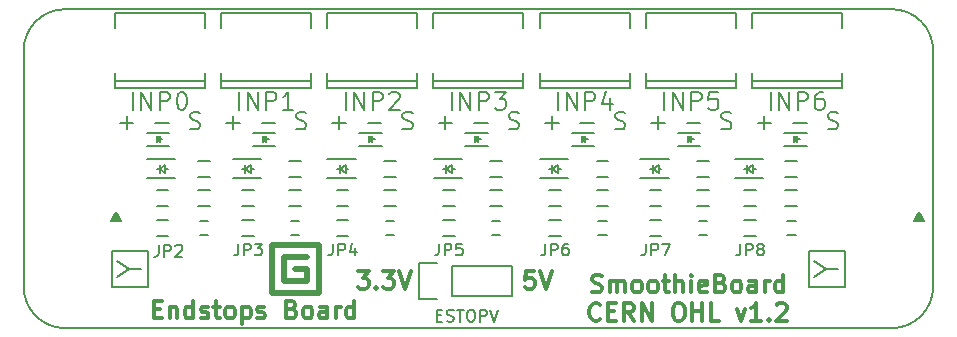
<source format=gto>
G04 #@! TF.FileFunction,Legend,Top*
%FSLAX46Y46*%
G04 Gerber Fmt 4.6, Leading zero omitted, Abs format (unit mm)*
G04 Created by KiCad (PCBNEW 4.0.2-stable) date 31/05/2016 22:00:56*
%MOMM*%
G01*
G04 APERTURE LIST*
%ADD10C,0.100000*%
%ADD11C,0.300000*%
%ADD12C,0.150000*%
%ADD13C,0.200000*%
%ADD14C,0.500000*%
%ADD15C,0.198120*%
G04 APERTURE END LIST*
D10*
D11*
X49607143Y4592857D02*
X49821429Y4521429D01*
X50178572Y4521429D01*
X50321429Y4592857D01*
X50392858Y4664286D01*
X50464286Y4807143D01*
X50464286Y4950000D01*
X50392858Y5092857D01*
X50321429Y5164286D01*
X50178572Y5235714D01*
X49892858Y5307143D01*
X49750000Y5378571D01*
X49678572Y5450000D01*
X49607143Y5592857D01*
X49607143Y5735714D01*
X49678572Y5878571D01*
X49750000Y5950000D01*
X49892858Y6021429D01*
X50250000Y6021429D01*
X50464286Y5950000D01*
X51107143Y4521429D02*
X51107143Y5521429D01*
X51107143Y5378571D02*
X51178571Y5450000D01*
X51321429Y5521429D01*
X51535714Y5521429D01*
X51678571Y5450000D01*
X51750000Y5307143D01*
X51750000Y4521429D01*
X51750000Y5307143D02*
X51821429Y5450000D01*
X51964286Y5521429D01*
X52178571Y5521429D01*
X52321429Y5450000D01*
X52392857Y5307143D01*
X52392857Y4521429D01*
X53321429Y4521429D02*
X53178571Y4592857D01*
X53107143Y4664286D01*
X53035714Y4807143D01*
X53035714Y5235714D01*
X53107143Y5378571D01*
X53178571Y5450000D01*
X53321429Y5521429D01*
X53535714Y5521429D01*
X53678571Y5450000D01*
X53750000Y5378571D01*
X53821429Y5235714D01*
X53821429Y4807143D01*
X53750000Y4664286D01*
X53678571Y4592857D01*
X53535714Y4521429D01*
X53321429Y4521429D01*
X54678572Y4521429D02*
X54535714Y4592857D01*
X54464286Y4664286D01*
X54392857Y4807143D01*
X54392857Y5235714D01*
X54464286Y5378571D01*
X54535714Y5450000D01*
X54678572Y5521429D01*
X54892857Y5521429D01*
X55035714Y5450000D01*
X55107143Y5378571D01*
X55178572Y5235714D01*
X55178572Y4807143D01*
X55107143Y4664286D01*
X55035714Y4592857D01*
X54892857Y4521429D01*
X54678572Y4521429D01*
X55607143Y5521429D02*
X56178572Y5521429D01*
X55821429Y6021429D02*
X55821429Y4735714D01*
X55892857Y4592857D01*
X56035715Y4521429D01*
X56178572Y4521429D01*
X56678572Y4521429D02*
X56678572Y6021429D01*
X57321429Y4521429D02*
X57321429Y5307143D01*
X57250000Y5450000D01*
X57107143Y5521429D01*
X56892858Y5521429D01*
X56750000Y5450000D01*
X56678572Y5378571D01*
X58035715Y4521429D02*
X58035715Y5521429D01*
X58035715Y6021429D02*
X57964286Y5950000D01*
X58035715Y5878571D01*
X58107143Y5950000D01*
X58035715Y6021429D01*
X58035715Y5878571D01*
X59321429Y4592857D02*
X59178572Y4521429D01*
X58892858Y4521429D01*
X58750001Y4592857D01*
X58678572Y4735714D01*
X58678572Y5307143D01*
X58750001Y5450000D01*
X58892858Y5521429D01*
X59178572Y5521429D01*
X59321429Y5450000D01*
X59392858Y5307143D01*
X59392858Y5164286D01*
X58678572Y5021429D01*
X60535715Y5307143D02*
X60750001Y5235714D01*
X60821429Y5164286D01*
X60892858Y5021429D01*
X60892858Y4807143D01*
X60821429Y4664286D01*
X60750001Y4592857D01*
X60607143Y4521429D01*
X60035715Y4521429D01*
X60035715Y6021429D01*
X60535715Y6021429D01*
X60678572Y5950000D01*
X60750001Y5878571D01*
X60821429Y5735714D01*
X60821429Y5592857D01*
X60750001Y5450000D01*
X60678572Y5378571D01*
X60535715Y5307143D01*
X60035715Y5307143D01*
X61750001Y4521429D02*
X61607143Y4592857D01*
X61535715Y4664286D01*
X61464286Y4807143D01*
X61464286Y5235714D01*
X61535715Y5378571D01*
X61607143Y5450000D01*
X61750001Y5521429D01*
X61964286Y5521429D01*
X62107143Y5450000D01*
X62178572Y5378571D01*
X62250001Y5235714D01*
X62250001Y4807143D01*
X62178572Y4664286D01*
X62107143Y4592857D01*
X61964286Y4521429D01*
X61750001Y4521429D01*
X63535715Y4521429D02*
X63535715Y5307143D01*
X63464286Y5450000D01*
X63321429Y5521429D01*
X63035715Y5521429D01*
X62892858Y5450000D01*
X63535715Y4592857D02*
X63392858Y4521429D01*
X63035715Y4521429D01*
X62892858Y4592857D01*
X62821429Y4735714D01*
X62821429Y4878571D01*
X62892858Y5021429D01*
X63035715Y5092857D01*
X63392858Y5092857D01*
X63535715Y5164286D01*
X64250001Y4521429D02*
X64250001Y5521429D01*
X64250001Y5235714D02*
X64321429Y5378571D01*
X64392858Y5450000D01*
X64535715Y5521429D01*
X64678572Y5521429D01*
X65821429Y4521429D02*
X65821429Y6021429D01*
X65821429Y4592857D02*
X65678572Y4521429D01*
X65392858Y4521429D01*
X65250000Y4592857D01*
X65178572Y4664286D01*
X65107143Y4807143D01*
X65107143Y5235714D01*
X65178572Y5378571D01*
X65250000Y5450000D01*
X65392858Y5521429D01*
X65678572Y5521429D01*
X65821429Y5450000D01*
X50321429Y2264286D02*
X50250000Y2192857D01*
X50035714Y2121429D01*
X49892857Y2121429D01*
X49678572Y2192857D01*
X49535714Y2335714D01*
X49464286Y2478571D01*
X49392857Y2764286D01*
X49392857Y2978571D01*
X49464286Y3264286D01*
X49535714Y3407143D01*
X49678572Y3550000D01*
X49892857Y3621429D01*
X50035714Y3621429D01*
X50250000Y3550000D01*
X50321429Y3478571D01*
X50964286Y2907143D02*
X51464286Y2907143D01*
X51678572Y2121429D02*
X50964286Y2121429D01*
X50964286Y3621429D01*
X51678572Y3621429D01*
X53178572Y2121429D02*
X52678572Y2835714D01*
X52321429Y2121429D02*
X52321429Y3621429D01*
X52892857Y3621429D01*
X53035715Y3550000D01*
X53107143Y3478571D01*
X53178572Y3335714D01*
X53178572Y3121429D01*
X53107143Y2978571D01*
X53035715Y2907143D01*
X52892857Y2835714D01*
X52321429Y2835714D01*
X53821429Y2121429D02*
X53821429Y3621429D01*
X54678572Y2121429D01*
X54678572Y3621429D01*
X56821429Y3621429D02*
X57107143Y3621429D01*
X57250001Y3550000D01*
X57392858Y3407143D01*
X57464286Y3121429D01*
X57464286Y2621429D01*
X57392858Y2335714D01*
X57250001Y2192857D01*
X57107143Y2121429D01*
X56821429Y2121429D01*
X56678572Y2192857D01*
X56535715Y2335714D01*
X56464286Y2621429D01*
X56464286Y3121429D01*
X56535715Y3407143D01*
X56678572Y3550000D01*
X56821429Y3621429D01*
X58107144Y2121429D02*
X58107144Y3621429D01*
X58107144Y2907143D02*
X58964287Y2907143D01*
X58964287Y2121429D02*
X58964287Y3621429D01*
X60392859Y2121429D02*
X59678573Y2121429D01*
X59678573Y3621429D01*
X61892859Y3121429D02*
X62250002Y2121429D01*
X62607144Y3121429D01*
X63964287Y2121429D02*
X63107144Y2121429D01*
X63535716Y2121429D02*
X63535716Y3621429D01*
X63392859Y3407143D01*
X63250001Y3264286D01*
X63107144Y3192857D01*
X64607144Y2264286D02*
X64678572Y2192857D01*
X64607144Y2121429D01*
X64535715Y2192857D01*
X64607144Y2264286D01*
X64607144Y2121429D01*
X65250001Y3478571D02*
X65321430Y3550000D01*
X65464287Y3621429D01*
X65821430Y3621429D01*
X65964287Y3550000D01*
X66035716Y3478571D01*
X66107144Y3335714D01*
X66107144Y3192857D01*
X66035716Y2978571D01*
X65178573Y2121429D01*
X66107144Y2121429D01*
D12*
X75000000Y28500000D02*
X5000000Y28500000D01*
X5000000Y1500000D02*
X75000000Y1500000D01*
D13*
X63642858Y18892857D02*
X64785715Y18892857D01*
X64214286Y18321429D02*
X64214286Y19464286D01*
X66642858Y18892857D02*
X67785715Y18892857D01*
X69571429Y18392857D02*
X69785715Y18321429D01*
X70142858Y18321429D01*
X70285715Y18392857D01*
X70357144Y18464286D01*
X70428572Y18607143D01*
X70428572Y18750000D01*
X70357144Y18892857D01*
X70285715Y18964286D01*
X70142858Y19035714D01*
X69857144Y19107143D01*
X69714286Y19178571D01*
X69642858Y19250000D01*
X69571429Y19392857D01*
X69571429Y19535714D01*
X69642858Y19678571D01*
X69714286Y19750000D01*
X69857144Y19821429D01*
X70214286Y19821429D01*
X70428572Y19750000D01*
D12*
X78500000Y25000000D02*
G75*
G03X75000000Y28500000I-3500000J0D01*
G01*
X75000000Y1500000D02*
G75*
G03X78500000Y5000000I0J3500000D01*
G01*
X78500000Y25000000D02*
X78500000Y5000000D01*
X1500000Y25000000D02*
X1500000Y5000000D01*
D11*
X12500000Y3107143D02*
X13000000Y3107143D01*
X13214286Y2321429D02*
X12500000Y2321429D01*
X12500000Y3821429D01*
X13214286Y3821429D01*
X13857143Y3321429D02*
X13857143Y2321429D01*
X13857143Y3178571D02*
X13928571Y3250000D01*
X14071429Y3321429D01*
X14285714Y3321429D01*
X14428571Y3250000D01*
X14500000Y3107143D01*
X14500000Y2321429D01*
X15857143Y2321429D02*
X15857143Y3821429D01*
X15857143Y2392857D02*
X15714286Y2321429D01*
X15428572Y2321429D01*
X15285714Y2392857D01*
X15214286Y2464286D01*
X15142857Y2607143D01*
X15142857Y3035714D01*
X15214286Y3178571D01*
X15285714Y3250000D01*
X15428572Y3321429D01*
X15714286Y3321429D01*
X15857143Y3250000D01*
X16500000Y2392857D02*
X16642857Y2321429D01*
X16928572Y2321429D01*
X17071429Y2392857D01*
X17142857Y2535714D01*
X17142857Y2607143D01*
X17071429Y2750000D01*
X16928572Y2821429D01*
X16714286Y2821429D01*
X16571429Y2892857D01*
X16500000Y3035714D01*
X16500000Y3107143D01*
X16571429Y3250000D01*
X16714286Y3321429D01*
X16928572Y3321429D01*
X17071429Y3250000D01*
X17571429Y3321429D02*
X18142858Y3321429D01*
X17785715Y3821429D02*
X17785715Y2535714D01*
X17857143Y2392857D01*
X18000001Y2321429D01*
X18142858Y2321429D01*
X18857144Y2321429D02*
X18714286Y2392857D01*
X18642858Y2464286D01*
X18571429Y2607143D01*
X18571429Y3035714D01*
X18642858Y3178571D01*
X18714286Y3250000D01*
X18857144Y3321429D01*
X19071429Y3321429D01*
X19214286Y3250000D01*
X19285715Y3178571D01*
X19357144Y3035714D01*
X19357144Y2607143D01*
X19285715Y2464286D01*
X19214286Y2392857D01*
X19071429Y2321429D01*
X18857144Y2321429D01*
X20000001Y3321429D02*
X20000001Y1821429D01*
X20000001Y3250000D02*
X20142858Y3321429D01*
X20428572Y3321429D01*
X20571429Y3250000D01*
X20642858Y3178571D01*
X20714287Y3035714D01*
X20714287Y2607143D01*
X20642858Y2464286D01*
X20571429Y2392857D01*
X20428572Y2321429D01*
X20142858Y2321429D01*
X20000001Y2392857D01*
X21285715Y2392857D02*
X21428572Y2321429D01*
X21714287Y2321429D01*
X21857144Y2392857D01*
X21928572Y2535714D01*
X21928572Y2607143D01*
X21857144Y2750000D01*
X21714287Y2821429D01*
X21500001Y2821429D01*
X21357144Y2892857D01*
X21285715Y3035714D01*
X21285715Y3107143D01*
X21357144Y3250000D01*
X21500001Y3321429D01*
X21714287Y3321429D01*
X21857144Y3250000D01*
X24214287Y3107143D02*
X24428573Y3035714D01*
X24500001Y2964286D01*
X24571430Y2821429D01*
X24571430Y2607143D01*
X24500001Y2464286D01*
X24428573Y2392857D01*
X24285715Y2321429D01*
X23714287Y2321429D01*
X23714287Y3821429D01*
X24214287Y3821429D01*
X24357144Y3750000D01*
X24428573Y3678571D01*
X24500001Y3535714D01*
X24500001Y3392857D01*
X24428573Y3250000D01*
X24357144Y3178571D01*
X24214287Y3107143D01*
X23714287Y3107143D01*
X25428573Y2321429D02*
X25285715Y2392857D01*
X25214287Y2464286D01*
X25142858Y2607143D01*
X25142858Y3035714D01*
X25214287Y3178571D01*
X25285715Y3250000D01*
X25428573Y3321429D01*
X25642858Y3321429D01*
X25785715Y3250000D01*
X25857144Y3178571D01*
X25928573Y3035714D01*
X25928573Y2607143D01*
X25857144Y2464286D01*
X25785715Y2392857D01*
X25642858Y2321429D01*
X25428573Y2321429D01*
X27214287Y2321429D02*
X27214287Y3107143D01*
X27142858Y3250000D01*
X27000001Y3321429D01*
X26714287Y3321429D01*
X26571430Y3250000D01*
X27214287Y2392857D02*
X27071430Y2321429D01*
X26714287Y2321429D01*
X26571430Y2392857D01*
X26500001Y2535714D01*
X26500001Y2678571D01*
X26571430Y2821429D01*
X26714287Y2892857D01*
X27071430Y2892857D01*
X27214287Y2964286D01*
X27928573Y2321429D02*
X27928573Y3321429D01*
X27928573Y3035714D02*
X28000001Y3178571D01*
X28071430Y3250000D01*
X28214287Y3321429D01*
X28357144Y3321429D01*
X29500001Y2321429D02*
X29500001Y3821429D01*
X29500001Y2392857D02*
X29357144Y2321429D01*
X29071430Y2321429D01*
X28928572Y2392857D01*
X28857144Y2464286D01*
X28785715Y2607143D01*
X28785715Y3035714D01*
X28857144Y3178571D01*
X28928572Y3250000D01*
X29071430Y3321429D01*
X29357144Y3321429D01*
X29500001Y3250000D01*
D13*
X68000000Y5000000D02*
X68000000Y8000000D01*
X71000000Y5000000D02*
X68000000Y5000000D01*
X71000000Y8000000D02*
X71000000Y5000000D01*
X68000000Y8000000D02*
X71000000Y8000000D01*
X9000000Y5000000D02*
X9000000Y8000000D01*
X12000000Y5000000D02*
X9000000Y5000000D01*
X12000000Y8000000D02*
X12000000Y5000000D01*
X9000000Y8000000D02*
X12000000Y8000000D01*
D11*
X44714287Y6321429D02*
X44000001Y6321429D01*
X43928572Y5607143D01*
X44000001Y5678571D01*
X44142858Y5750000D01*
X44500001Y5750000D01*
X44642858Y5678571D01*
X44714287Y5607143D01*
X44785715Y5464286D01*
X44785715Y5107143D01*
X44714287Y4964286D01*
X44642858Y4892857D01*
X44500001Y4821429D01*
X44142858Y4821429D01*
X44000001Y4892857D01*
X43928572Y4964286D01*
X45214286Y6321429D02*
X45714286Y4821429D01*
X46214286Y6321429D01*
X29785715Y6321429D02*
X30714286Y6321429D01*
X30214286Y5750000D01*
X30428572Y5750000D01*
X30571429Y5678571D01*
X30642858Y5607143D01*
X30714286Y5464286D01*
X30714286Y5107143D01*
X30642858Y4964286D01*
X30571429Y4892857D01*
X30428572Y4821429D01*
X30000000Y4821429D01*
X29857143Y4892857D01*
X29785715Y4964286D01*
X31357143Y4964286D02*
X31428571Y4892857D01*
X31357143Y4821429D01*
X31285714Y4892857D01*
X31357143Y4964286D01*
X31357143Y4821429D01*
X31928572Y6321429D02*
X32857143Y6321429D01*
X32357143Y5750000D01*
X32571429Y5750000D01*
X32714286Y5678571D01*
X32785715Y5607143D01*
X32857143Y5464286D01*
X32857143Y5107143D01*
X32785715Y4964286D01*
X32714286Y4892857D01*
X32571429Y4821429D01*
X32142857Y4821429D01*
X32000000Y4892857D01*
X31928572Y4964286D01*
X33285714Y6321429D02*
X33785714Y4821429D01*
X34285714Y6321429D01*
D13*
X36642858Y18892857D02*
X37785715Y18892857D01*
X37214286Y18321429D02*
X37214286Y19464286D01*
X39642858Y18892857D02*
X40785715Y18892857D01*
X42571429Y18392857D02*
X42785715Y18321429D01*
X43142858Y18321429D01*
X43285715Y18392857D01*
X43357144Y18464286D01*
X43428572Y18607143D01*
X43428572Y18750000D01*
X43357144Y18892857D01*
X43285715Y18964286D01*
X43142858Y19035714D01*
X42857144Y19107143D01*
X42714286Y19178571D01*
X42642858Y19250000D01*
X42571429Y19392857D01*
X42571429Y19535714D01*
X42642858Y19678571D01*
X42714286Y19750000D01*
X42857144Y19821429D01*
X43214286Y19821429D01*
X43428572Y19750000D01*
X45642858Y18892857D02*
X46785715Y18892857D01*
X46214286Y18321429D02*
X46214286Y19464286D01*
X48642858Y18892857D02*
X49785715Y18892857D01*
X51571429Y18392857D02*
X51785715Y18321429D01*
X52142858Y18321429D01*
X52285715Y18392857D01*
X52357144Y18464286D01*
X52428572Y18607143D01*
X52428572Y18750000D01*
X52357144Y18892857D01*
X52285715Y18964286D01*
X52142858Y19035714D01*
X51857144Y19107143D01*
X51714286Y19178571D01*
X51642858Y19250000D01*
X51571429Y19392857D01*
X51571429Y19535714D01*
X51642858Y19678571D01*
X51714286Y19750000D01*
X51857144Y19821429D01*
X52214286Y19821429D01*
X52428572Y19750000D01*
X54642858Y18892857D02*
X55785715Y18892857D01*
X55214286Y18321429D02*
X55214286Y19464286D01*
X57642858Y18892857D02*
X58785715Y18892857D01*
X60571429Y18392857D02*
X60785715Y18321429D01*
X61142858Y18321429D01*
X61285715Y18392857D01*
X61357144Y18464286D01*
X61428572Y18607143D01*
X61428572Y18750000D01*
X61357144Y18892857D01*
X61285715Y18964286D01*
X61142858Y19035714D01*
X60857144Y19107143D01*
X60714286Y19178571D01*
X60642858Y19250000D01*
X60571429Y19392857D01*
X60571429Y19535714D01*
X60642858Y19678571D01*
X60714286Y19750000D01*
X60857144Y19821429D01*
X61214286Y19821429D01*
X61428572Y19750000D01*
X27642858Y18892857D02*
X28785715Y18892857D01*
X28214286Y18321429D02*
X28214286Y19464286D01*
X30642858Y18892857D02*
X31785715Y18892857D01*
X33571429Y18392857D02*
X33785715Y18321429D01*
X34142858Y18321429D01*
X34285715Y18392857D01*
X34357144Y18464286D01*
X34428572Y18607143D01*
X34428572Y18750000D01*
X34357144Y18892857D01*
X34285715Y18964286D01*
X34142858Y19035714D01*
X33857144Y19107143D01*
X33714286Y19178571D01*
X33642858Y19250000D01*
X33571429Y19392857D01*
X33571429Y19535714D01*
X33642858Y19678571D01*
X33714286Y19750000D01*
X33857144Y19821429D01*
X34214286Y19821429D01*
X34428572Y19750000D01*
X18642858Y18892857D02*
X19785715Y18892857D01*
X19214286Y18321429D02*
X19214286Y19464286D01*
X21642858Y18892857D02*
X22785715Y18892857D01*
X24571429Y18392857D02*
X24785715Y18321429D01*
X25142858Y18321429D01*
X25285715Y18392857D01*
X25357144Y18464286D01*
X25428572Y18607143D01*
X25428572Y18750000D01*
X25357144Y18892857D01*
X25285715Y18964286D01*
X25142858Y19035714D01*
X24857144Y19107143D01*
X24714286Y19178571D01*
X24642858Y19250000D01*
X24571429Y19392857D01*
X24571429Y19535714D01*
X24642858Y19678571D01*
X24714286Y19750000D01*
X24857144Y19821429D01*
X25214286Y19821429D01*
X25428572Y19750000D01*
X9642858Y18892857D02*
X10785715Y18892857D01*
X10214286Y18321429D02*
X10214286Y19464286D01*
X12642858Y18892857D02*
X13785715Y18892857D01*
X15571429Y18392857D02*
X15785715Y18321429D01*
X16142858Y18321429D01*
X16285715Y18392857D01*
X16357144Y18464286D01*
X16428572Y18607143D01*
X16428572Y18750000D01*
X16357144Y18892857D01*
X16285715Y18964286D01*
X16142858Y19035714D01*
X15857144Y19107143D01*
X15714286Y19178571D01*
X15642858Y19250000D01*
X15571429Y19392857D01*
X15571429Y19535714D01*
X15642858Y19678571D01*
X15714286Y19750000D01*
X15857144Y19821429D01*
X16214286Y19821429D01*
X16428572Y19750000D01*
D12*
X5000000Y28500000D02*
G75*
G03X1500000Y25000000I0J-3500000D01*
G01*
X1500000Y5000000D02*
G75*
G03X5000000Y1500000I3500000J0D01*
G01*
X16400000Y10600000D02*
X17100000Y10600000D01*
X17100000Y9400000D02*
X16400000Y9400000D01*
X24150000Y10600000D02*
X24850000Y10600000D01*
X24850000Y9400000D02*
X24150000Y9400000D01*
X32150000Y10600000D02*
X32850000Y10600000D01*
X32850000Y9400000D02*
X32150000Y9400000D01*
X41150000Y10600000D02*
X41850000Y10600000D01*
X41850000Y9400000D02*
X41150000Y9400000D01*
X50150000Y10600000D02*
X50850000Y10600000D01*
X50850000Y9400000D02*
X50150000Y9400000D01*
X58650000Y10600000D02*
X59350000Y10600000D01*
X59350000Y9400000D02*
X58650000Y9400000D01*
X66150000Y10600000D02*
X66850000Y10600000D01*
X66850000Y9400000D02*
X66150000Y9400000D01*
X11900000Y16950000D02*
X13800000Y16950000D01*
X11900000Y18050000D02*
X13800000Y18050000D01*
X12800000Y17500000D02*
X13250000Y17500000D01*
X12750000Y17750000D02*
X12750000Y17250000D01*
X12750000Y17500000D02*
X13000000Y17750000D01*
X13000000Y17750000D02*
X13000000Y17250000D01*
X13000000Y17250000D02*
X12750000Y17500000D01*
X20900000Y16950000D02*
X22800000Y16950000D01*
X20900000Y18050000D02*
X22800000Y18050000D01*
X21800000Y17500000D02*
X22250000Y17500000D01*
X21750000Y17750000D02*
X21750000Y17250000D01*
X21750000Y17500000D02*
X22000000Y17750000D01*
X22000000Y17750000D02*
X22000000Y17250000D01*
X22000000Y17250000D02*
X21750000Y17500000D01*
X29900000Y16950000D02*
X31800000Y16950000D01*
X29900000Y18050000D02*
X31800000Y18050000D01*
X30800000Y17500000D02*
X31250000Y17500000D01*
X30750000Y17750000D02*
X30750000Y17250000D01*
X30750000Y17500000D02*
X31000000Y17750000D01*
X31000000Y17750000D02*
X31000000Y17250000D01*
X31000000Y17250000D02*
X30750000Y17500000D01*
X38900000Y16950000D02*
X40800000Y16950000D01*
X38900000Y18050000D02*
X40800000Y18050000D01*
X39800000Y17500000D02*
X40250000Y17500000D01*
X39750000Y17750000D02*
X39750000Y17250000D01*
X39750000Y17500000D02*
X40000000Y17750000D01*
X40000000Y17750000D02*
X40000000Y17250000D01*
X40000000Y17250000D02*
X39750000Y17500000D01*
X37770000Y4230000D02*
X42850000Y4230000D01*
X42850000Y4230000D02*
X42850000Y6770000D01*
X42850000Y6770000D02*
X37770000Y6770000D01*
X34950000Y7050000D02*
X36500000Y7050000D01*
X37770000Y6770000D02*
X37770000Y4230000D01*
X36500000Y3950000D02*
X34950000Y3950000D01*
X34950000Y3950000D02*
X34950000Y7050000D01*
D14*
X22500000Y8500000D02*
X26500000Y8500000D01*
X26500000Y8500000D02*
X26500000Y4500000D01*
X26500000Y4500000D02*
X22500000Y4500000D01*
X22500000Y4500000D02*
X22500000Y8500000D01*
X25500000Y7500000D02*
X23500000Y7500000D01*
X23500000Y7500000D02*
X23500000Y5500000D01*
X23500000Y5500000D02*
X25500000Y5500000D01*
X25500000Y5500000D02*
X25500000Y6500000D01*
X25500000Y6500000D02*
X24500000Y6500000D01*
D12*
X16250000Y15675000D02*
X17250000Y15675000D01*
X17250000Y14325000D02*
X16250000Y14325000D01*
X16250000Y13175000D02*
X17250000Y13175000D01*
X17250000Y11825000D02*
X16250000Y11825000D01*
X13750000Y11825000D02*
X12750000Y11825000D01*
X12750000Y13175000D02*
X13750000Y13175000D01*
X24000000Y15675000D02*
X25000000Y15675000D01*
X25000000Y14325000D02*
X24000000Y14325000D01*
X24000000Y13175000D02*
X25000000Y13175000D01*
X25000000Y11825000D02*
X24000000Y11825000D01*
X21000000Y11825000D02*
X20000000Y11825000D01*
X20000000Y13175000D02*
X21000000Y13175000D01*
X32000000Y15675000D02*
X33000000Y15675000D01*
X33000000Y14325000D02*
X32000000Y14325000D01*
X32000000Y13175000D02*
X33000000Y13175000D01*
X33000000Y11825000D02*
X32000000Y11825000D01*
X29000000Y11825000D02*
X28000000Y11825000D01*
X28000000Y13175000D02*
X29000000Y13175000D01*
X41000000Y15675000D02*
X42000000Y15675000D01*
X42000000Y14325000D02*
X41000000Y14325000D01*
X41000000Y13175000D02*
X42000000Y13175000D01*
X42000000Y11825000D02*
X41000000Y11825000D01*
X38000000Y11825000D02*
X37000000Y11825000D01*
X37000000Y13175000D02*
X38000000Y13175000D01*
X50000000Y15675000D02*
X51000000Y15675000D01*
X51000000Y14325000D02*
X50000000Y14325000D01*
X50000000Y13175000D02*
X51000000Y13175000D01*
X51000000Y11825000D02*
X50000000Y11825000D01*
X47000000Y11825000D02*
X46000000Y11825000D01*
X46000000Y13175000D02*
X47000000Y13175000D01*
X58500000Y15675000D02*
X59500000Y15675000D01*
X59500000Y14325000D02*
X58500000Y14325000D01*
X58500000Y13175000D02*
X59500000Y13175000D01*
X59500000Y11825000D02*
X58500000Y11825000D01*
X55500000Y11825000D02*
X54500000Y11825000D01*
X54500000Y13175000D02*
X55500000Y13175000D01*
X66000000Y15675000D02*
X67000000Y15675000D01*
X67000000Y14325000D02*
X66000000Y14325000D01*
X66000000Y13175000D02*
X67000000Y13175000D01*
X67000000Y11825000D02*
X66000000Y11825000D01*
X63500000Y11825000D02*
X62500000Y11825000D01*
X62500000Y13175000D02*
X63500000Y13175000D01*
X47900000Y16950000D02*
X49800000Y16950000D01*
X47900000Y18050000D02*
X49800000Y18050000D01*
X48800000Y17500000D02*
X49250000Y17500000D01*
X48750000Y17750000D02*
X48750000Y17250000D01*
X48750000Y17500000D02*
X49000000Y17750000D01*
X49000000Y17750000D02*
X49000000Y17250000D01*
X49000000Y17250000D02*
X48750000Y17500000D01*
X56900000Y16950000D02*
X58800000Y16950000D01*
X56900000Y18050000D02*
X58800000Y18050000D01*
X57800000Y17500000D02*
X58250000Y17500000D01*
X57750000Y17750000D02*
X57750000Y17250000D01*
X57750000Y17500000D02*
X58000000Y17750000D01*
X58000000Y17750000D02*
X58000000Y17250000D01*
X58000000Y17250000D02*
X57750000Y17500000D01*
X65900000Y16950000D02*
X67800000Y16950000D01*
X65900000Y18050000D02*
X67800000Y18050000D01*
X66800000Y17500000D02*
X67250000Y17500000D01*
X66750000Y17750000D02*
X66750000Y17250000D01*
X66750000Y17500000D02*
X67000000Y17750000D01*
X67000000Y17750000D02*
X67000000Y17250000D01*
X67000000Y17250000D02*
X66750000Y17500000D01*
D15*
X9400000Y11070000D02*
X9200000Y11070000D01*
X9200000Y10970000D02*
X9400000Y10970000D01*
X9500000Y10870000D02*
X9100000Y10870000D01*
X9100000Y10770000D02*
X9500000Y10770000D01*
X9600000Y10670000D02*
X9000000Y10670000D01*
X9300000Y11370000D02*
X9700000Y10570000D01*
X9700000Y10570000D02*
X8900000Y10570000D01*
X8900000Y10570000D02*
X9300000Y11370000D01*
X77400000Y11070000D02*
X77200000Y11070000D01*
X77200000Y10970000D02*
X77400000Y10970000D01*
X77500000Y10870000D02*
X77100000Y10870000D01*
X77100000Y10770000D02*
X77500000Y10770000D01*
X77600000Y10670000D02*
X77000000Y10670000D01*
X77300000Y11370000D02*
X77700000Y10570000D01*
X77700000Y10570000D02*
X76900000Y10570000D01*
X76900000Y10570000D02*
X77300000Y11370000D01*
D12*
X37750000Y15000000D02*
X38000000Y15000000D01*
X37250000Y15000000D02*
X37000000Y15000000D01*
X37250000Y15000000D02*
X37750000Y15350000D01*
X37750000Y15350000D02*
X37750000Y14650000D01*
X37750000Y14650000D02*
X37250000Y15000000D01*
X37250000Y15350000D02*
X37250000Y14650000D01*
X36200000Y14200000D02*
X38600000Y14200000D01*
X36200000Y15800000D02*
X38600000Y15800000D01*
X46750000Y15000000D02*
X47000000Y15000000D01*
X46250000Y15000000D02*
X46000000Y15000000D01*
X46250000Y15000000D02*
X46750000Y15350000D01*
X46750000Y15350000D02*
X46750000Y14650000D01*
X46750000Y14650000D02*
X46250000Y15000000D01*
X46250000Y15350000D02*
X46250000Y14650000D01*
X45200000Y14200000D02*
X47600000Y14200000D01*
X45200000Y15800000D02*
X47600000Y15800000D01*
X55250000Y15000000D02*
X55500000Y15000000D01*
X54750000Y15000000D02*
X54500000Y15000000D01*
X54750000Y15000000D02*
X55250000Y15350000D01*
X55250000Y15350000D02*
X55250000Y14650000D01*
X55250000Y14650000D02*
X54750000Y15000000D01*
X54750000Y15350000D02*
X54750000Y14650000D01*
X53700000Y14200000D02*
X56100000Y14200000D01*
X53700000Y15800000D02*
X56100000Y15800000D01*
X63250000Y15000000D02*
X63500000Y15000000D01*
X62750000Y15000000D02*
X62500000Y15000000D01*
X62750000Y15000000D02*
X63250000Y15350000D01*
X63250000Y15350000D02*
X63250000Y14650000D01*
X63250000Y14650000D02*
X62750000Y15000000D01*
X62750000Y15350000D02*
X62750000Y14650000D01*
X61700000Y14200000D02*
X64100000Y14200000D01*
X61700000Y15800000D02*
X64100000Y15800000D01*
X13500000Y15000000D02*
X13750000Y15000000D01*
X13000000Y15000000D02*
X12750000Y15000000D01*
X13000000Y15000000D02*
X13500000Y15350000D01*
X13500000Y15350000D02*
X13500000Y14650000D01*
X13500000Y14650000D02*
X13000000Y15000000D01*
X13000000Y15350000D02*
X13000000Y14650000D01*
X11950000Y14200000D02*
X14350000Y14200000D01*
X11950000Y15800000D02*
X14350000Y15800000D01*
X20750000Y15000000D02*
X21000000Y15000000D01*
X20250000Y15000000D02*
X20000000Y15000000D01*
X20250000Y15000000D02*
X20750000Y15350000D01*
X20750000Y15350000D02*
X20750000Y14650000D01*
X20750000Y14650000D02*
X20250000Y15000000D01*
X20250000Y15350000D02*
X20250000Y14650000D01*
X19200000Y14200000D02*
X21600000Y14200000D01*
X19200000Y15800000D02*
X21600000Y15800000D01*
X28750000Y15000000D02*
X29000000Y15000000D01*
X28250000Y15000000D02*
X28000000Y15000000D01*
X28250000Y15000000D02*
X28750000Y15350000D01*
X28750000Y15350000D02*
X28750000Y14650000D01*
X28750000Y14650000D02*
X28250000Y15000000D01*
X28250000Y15350000D02*
X28250000Y14650000D01*
X27200000Y14200000D02*
X29600000Y14200000D01*
X27200000Y15800000D02*
X29600000Y15800000D01*
X16810000Y22460000D02*
X9190000Y22460000D01*
X16810000Y23095000D02*
X16810000Y21825000D01*
X9190000Y26905000D02*
X9190000Y28175000D01*
X9190000Y28175000D02*
X16810000Y28175000D01*
X16810000Y28175000D02*
X16810000Y26905000D01*
X16810000Y21825000D02*
X9190000Y21825000D01*
X9190000Y21825000D02*
X9190000Y23095000D01*
X25810000Y22460000D02*
X18190000Y22460000D01*
X25810000Y23095000D02*
X25810000Y21825000D01*
X18190000Y26905000D02*
X18190000Y28175000D01*
X18190000Y28175000D02*
X25810000Y28175000D01*
X25810000Y28175000D02*
X25810000Y26905000D01*
X25810000Y21825000D02*
X18190000Y21825000D01*
X18190000Y21825000D02*
X18190000Y23095000D01*
X34810000Y22460000D02*
X27190000Y22460000D01*
X34810000Y23095000D02*
X34810000Y21825000D01*
X27190000Y26905000D02*
X27190000Y28175000D01*
X27190000Y28175000D02*
X34810000Y28175000D01*
X34810000Y28175000D02*
X34810000Y26905000D01*
X34810000Y21825000D02*
X27190000Y21825000D01*
X27190000Y21825000D02*
X27190000Y23095000D01*
X43810000Y22460000D02*
X36190000Y22460000D01*
X43810000Y23095000D02*
X43810000Y21825000D01*
X36190000Y26905000D02*
X36190000Y28175000D01*
X36190000Y28175000D02*
X43810000Y28175000D01*
X43810000Y28175000D02*
X43810000Y26905000D01*
X43810000Y21825000D02*
X36190000Y21825000D01*
X36190000Y21825000D02*
X36190000Y23095000D01*
X52810000Y22460000D02*
X45190000Y22460000D01*
X52810000Y23095000D02*
X52810000Y21825000D01*
X45190000Y26905000D02*
X45190000Y28175000D01*
X45190000Y28175000D02*
X52810000Y28175000D01*
X52810000Y28175000D02*
X52810000Y26905000D01*
X52810000Y21825000D02*
X45190000Y21825000D01*
X45190000Y21825000D02*
X45190000Y23095000D01*
X61810000Y22460000D02*
X54190000Y22460000D01*
X61810000Y23095000D02*
X61810000Y21825000D01*
X54190000Y26905000D02*
X54190000Y28175000D01*
X54190000Y28175000D02*
X61810000Y28175000D01*
X61810000Y28175000D02*
X61810000Y26905000D01*
X61810000Y21825000D02*
X54190000Y21825000D01*
X54190000Y21825000D02*
X54190000Y23095000D01*
X70810000Y22460000D02*
X63190000Y22460000D01*
X70810000Y23095000D02*
X70810000Y21825000D01*
X63190000Y26905000D02*
X63190000Y28175000D01*
X63190000Y28175000D02*
X70810000Y28175000D01*
X70810000Y28175000D02*
X70810000Y26905000D01*
X70810000Y21825000D02*
X63190000Y21825000D01*
X63190000Y21825000D02*
X63190000Y23095000D01*
X12750000Y10675000D02*
X13750000Y10675000D01*
X13750000Y9325000D02*
X12750000Y9325000D01*
X62500000Y10675000D02*
X63500000Y10675000D01*
X63500000Y9325000D02*
X62500000Y9325000D01*
X54500000Y10675000D02*
X55500000Y10675000D01*
X55500000Y9325000D02*
X54500000Y9325000D01*
X46000000Y10675000D02*
X47000000Y10675000D01*
X47000000Y9325000D02*
X46000000Y9325000D01*
X37000000Y10675000D02*
X38000000Y10675000D01*
X38000000Y9325000D02*
X37000000Y9325000D01*
X28000000Y10675000D02*
X29000000Y10675000D01*
X29000000Y9325000D02*
X28000000Y9325000D01*
X20000000Y10675000D02*
X21000000Y10675000D01*
X21000000Y9325000D02*
X20000000Y9325000D01*
X36476190Y2571429D02*
X36809524Y2571429D01*
X36952381Y2047619D02*
X36476190Y2047619D01*
X36476190Y3047619D01*
X36952381Y3047619D01*
X37333333Y2095238D02*
X37476190Y2047619D01*
X37714286Y2047619D01*
X37809524Y2095238D01*
X37857143Y2142857D01*
X37904762Y2238095D01*
X37904762Y2333333D01*
X37857143Y2428571D01*
X37809524Y2476190D01*
X37714286Y2523810D01*
X37523809Y2571429D01*
X37428571Y2619048D01*
X37380952Y2666667D01*
X37333333Y2761905D01*
X37333333Y2857143D01*
X37380952Y2952381D01*
X37428571Y3000000D01*
X37523809Y3047619D01*
X37761905Y3047619D01*
X37904762Y3000000D01*
X38190476Y3047619D02*
X38761905Y3047619D01*
X38476190Y2047619D02*
X38476190Y3047619D01*
X39285714Y3047619D02*
X39476191Y3047619D01*
X39571429Y3000000D01*
X39666667Y2904762D01*
X39714286Y2714286D01*
X39714286Y2380952D01*
X39666667Y2190476D01*
X39571429Y2095238D01*
X39476191Y2047619D01*
X39285714Y2047619D01*
X39190476Y2095238D01*
X39095238Y2190476D01*
X39047619Y2380952D01*
X39047619Y2714286D01*
X39095238Y2904762D01*
X39190476Y3000000D01*
X39285714Y3047619D01*
X40142857Y2047619D02*
X40142857Y3047619D01*
X40523810Y3047619D01*
X40619048Y3000000D01*
X40666667Y2952381D01*
X40714286Y2857143D01*
X40714286Y2714286D01*
X40666667Y2619048D01*
X40619048Y2571429D01*
X40523810Y2523810D01*
X40142857Y2523810D01*
X41000000Y3047619D02*
X41333333Y2047619D01*
X41666667Y3047619D01*
D13*
X10452381Y6500000D02*
X11404762Y6500000D01*
X9404762Y5833333D02*
X10452381Y6500000D01*
X9404762Y7166667D01*
X69452381Y6500000D02*
X70404762Y6500000D01*
X68404762Y5833333D02*
X69452381Y6500000D01*
X68404762Y7166667D01*
X10750000Y20003429D02*
X10750000Y21503429D01*
X11464286Y20003429D02*
X11464286Y21503429D01*
X12321429Y20003429D01*
X12321429Y21503429D01*
X13035715Y20003429D02*
X13035715Y21503429D01*
X13607143Y21503429D01*
X13750001Y21432000D01*
X13821429Y21360571D01*
X13892858Y21217714D01*
X13892858Y21003429D01*
X13821429Y20860571D01*
X13750001Y20789143D01*
X13607143Y20717714D01*
X13035715Y20717714D01*
X14821429Y21503429D02*
X14964286Y21503429D01*
X15107143Y21432000D01*
X15178572Y21360571D01*
X15250001Y21217714D01*
X15321429Y20932000D01*
X15321429Y20574857D01*
X15250001Y20289143D01*
X15178572Y20146286D01*
X15107143Y20074857D01*
X14964286Y20003429D01*
X14821429Y20003429D01*
X14678572Y20074857D01*
X14607143Y20146286D01*
X14535715Y20289143D01*
X14464286Y20574857D01*
X14464286Y20932000D01*
X14535715Y21217714D01*
X14607143Y21360571D01*
X14678572Y21432000D01*
X14821429Y21503429D01*
X19750000Y20003429D02*
X19750000Y21503429D01*
X20464286Y20003429D02*
X20464286Y21503429D01*
X21321429Y20003429D01*
X21321429Y21503429D01*
X22035715Y20003429D02*
X22035715Y21503429D01*
X22607143Y21503429D01*
X22750001Y21432000D01*
X22821429Y21360571D01*
X22892858Y21217714D01*
X22892858Y21003429D01*
X22821429Y20860571D01*
X22750001Y20789143D01*
X22607143Y20717714D01*
X22035715Y20717714D01*
X24321429Y20003429D02*
X23464286Y20003429D01*
X23892858Y20003429D02*
X23892858Y21503429D01*
X23750001Y21289143D01*
X23607143Y21146286D01*
X23464286Y21074857D01*
X28750000Y20003429D02*
X28750000Y21503429D01*
X29464286Y20003429D02*
X29464286Y21503429D01*
X30321429Y20003429D01*
X30321429Y21503429D01*
X31035715Y20003429D02*
X31035715Y21503429D01*
X31607143Y21503429D01*
X31750001Y21432000D01*
X31821429Y21360571D01*
X31892858Y21217714D01*
X31892858Y21003429D01*
X31821429Y20860571D01*
X31750001Y20789143D01*
X31607143Y20717714D01*
X31035715Y20717714D01*
X32464286Y21360571D02*
X32535715Y21432000D01*
X32678572Y21503429D01*
X33035715Y21503429D01*
X33178572Y21432000D01*
X33250001Y21360571D01*
X33321429Y21217714D01*
X33321429Y21074857D01*
X33250001Y20860571D01*
X32392858Y20003429D01*
X33321429Y20003429D01*
X37750000Y20003429D02*
X37750000Y21503429D01*
X38464286Y20003429D02*
X38464286Y21503429D01*
X39321429Y20003429D01*
X39321429Y21503429D01*
X40035715Y20003429D02*
X40035715Y21503429D01*
X40607143Y21503429D01*
X40750001Y21432000D01*
X40821429Y21360571D01*
X40892858Y21217714D01*
X40892858Y21003429D01*
X40821429Y20860571D01*
X40750001Y20789143D01*
X40607143Y20717714D01*
X40035715Y20717714D01*
X41392858Y21503429D02*
X42321429Y21503429D01*
X41821429Y20932000D01*
X42035715Y20932000D01*
X42178572Y20860571D01*
X42250001Y20789143D01*
X42321429Y20646286D01*
X42321429Y20289143D01*
X42250001Y20146286D01*
X42178572Y20074857D01*
X42035715Y20003429D01*
X41607143Y20003429D01*
X41464286Y20074857D01*
X41392858Y20146286D01*
X46750000Y20003429D02*
X46750000Y21503429D01*
X47464286Y20003429D02*
X47464286Y21503429D01*
X48321429Y20003429D01*
X48321429Y21503429D01*
X49035715Y20003429D02*
X49035715Y21503429D01*
X49607143Y21503429D01*
X49750001Y21432000D01*
X49821429Y21360571D01*
X49892858Y21217714D01*
X49892858Y21003429D01*
X49821429Y20860571D01*
X49750001Y20789143D01*
X49607143Y20717714D01*
X49035715Y20717714D01*
X51178572Y21003429D02*
X51178572Y20003429D01*
X50821429Y21574857D02*
X50464286Y20503429D01*
X51392858Y20503429D01*
X55750000Y20003429D02*
X55750000Y21503429D01*
X56464286Y20003429D02*
X56464286Y21503429D01*
X57321429Y20003429D01*
X57321429Y21503429D01*
X58035715Y20003429D02*
X58035715Y21503429D01*
X58607143Y21503429D01*
X58750001Y21432000D01*
X58821429Y21360571D01*
X58892858Y21217714D01*
X58892858Y21003429D01*
X58821429Y20860571D01*
X58750001Y20789143D01*
X58607143Y20717714D01*
X58035715Y20717714D01*
X60250001Y21503429D02*
X59535715Y21503429D01*
X59464286Y20789143D01*
X59535715Y20860571D01*
X59678572Y20932000D01*
X60035715Y20932000D01*
X60178572Y20860571D01*
X60250001Y20789143D01*
X60321429Y20646286D01*
X60321429Y20289143D01*
X60250001Y20146286D01*
X60178572Y20074857D01*
X60035715Y20003429D01*
X59678572Y20003429D01*
X59535715Y20074857D01*
X59464286Y20146286D01*
X64750000Y20003429D02*
X64750000Y21503429D01*
X65464286Y20003429D02*
X65464286Y21503429D01*
X66321429Y20003429D01*
X66321429Y21503429D01*
X67035715Y20003429D02*
X67035715Y21503429D01*
X67607143Y21503429D01*
X67750001Y21432000D01*
X67821429Y21360571D01*
X67892858Y21217714D01*
X67892858Y21003429D01*
X67821429Y20860571D01*
X67750001Y20789143D01*
X67607143Y20717714D01*
X67035715Y20717714D01*
X69178572Y21503429D02*
X68892858Y21503429D01*
X68750001Y21432000D01*
X68678572Y21360571D01*
X68535715Y21146286D01*
X68464286Y20860571D01*
X68464286Y20289143D01*
X68535715Y20146286D01*
X68607143Y20074857D01*
X68750001Y20003429D01*
X69035715Y20003429D01*
X69178572Y20074857D01*
X69250001Y20146286D01*
X69321429Y20289143D01*
X69321429Y20646286D01*
X69250001Y20789143D01*
X69178572Y20860571D01*
X69035715Y20932000D01*
X68750001Y20932000D01*
X68607143Y20860571D01*
X68535715Y20789143D01*
X68464286Y20646286D01*
D12*
X12916667Y8547619D02*
X12916667Y7833333D01*
X12869047Y7690476D01*
X12773809Y7595238D01*
X12630952Y7547619D01*
X12535714Y7547619D01*
X13392857Y7547619D02*
X13392857Y8547619D01*
X13773810Y8547619D01*
X13869048Y8500000D01*
X13916667Y8452381D01*
X13964286Y8357143D01*
X13964286Y8214286D01*
X13916667Y8119048D01*
X13869048Y8071429D01*
X13773810Y8023810D01*
X13392857Y8023810D01*
X14345238Y8452381D02*
X14392857Y8500000D01*
X14488095Y8547619D01*
X14726191Y8547619D01*
X14821429Y8500000D01*
X14869048Y8452381D01*
X14916667Y8357143D01*
X14916667Y8261905D01*
X14869048Y8119048D01*
X14297619Y7547619D01*
X14916667Y7547619D01*
X62166667Y8647619D02*
X62166667Y7933333D01*
X62119047Y7790476D01*
X62023809Y7695238D01*
X61880952Y7647619D01*
X61785714Y7647619D01*
X62642857Y7647619D02*
X62642857Y8647619D01*
X63023810Y8647619D01*
X63119048Y8600000D01*
X63166667Y8552381D01*
X63214286Y8457143D01*
X63214286Y8314286D01*
X63166667Y8219048D01*
X63119048Y8171429D01*
X63023810Y8123810D01*
X62642857Y8123810D01*
X63785714Y8219048D02*
X63690476Y8266667D01*
X63642857Y8314286D01*
X63595238Y8409524D01*
X63595238Y8457143D01*
X63642857Y8552381D01*
X63690476Y8600000D01*
X63785714Y8647619D01*
X63976191Y8647619D01*
X64071429Y8600000D01*
X64119048Y8552381D01*
X64166667Y8457143D01*
X64166667Y8409524D01*
X64119048Y8314286D01*
X64071429Y8266667D01*
X63976191Y8219048D01*
X63785714Y8219048D01*
X63690476Y8171429D01*
X63642857Y8123810D01*
X63595238Y8028571D01*
X63595238Y7838095D01*
X63642857Y7742857D01*
X63690476Y7695238D01*
X63785714Y7647619D01*
X63976191Y7647619D01*
X64071429Y7695238D01*
X64119048Y7742857D01*
X64166667Y7838095D01*
X64166667Y8028571D01*
X64119048Y8123810D01*
X64071429Y8171429D01*
X63976191Y8219048D01*
X54166667Y8647619D02*
X54166667Y7933333D01*
X54119047Y7790476D01*
X54023809Y7695238D01*
X53880952Y7647619D01*
X53785714Y7647619D01*
X54642857Y7647619D02*
X54642857Y8647619D01*
X55023810Y8647619D01*
X55119048Y8600000D01*
X55166667Y8552381D01*
X55214286Y8457143D01*
X55214286Y8314286D01*
X55166667Y8219048D01*
X55119048Y8171429D01*
X55023810Y8123810D01*
X54642857Y8123810D01*
X55547619Y8647619D02*
X56214286Y8647619D01*
X55785714Y7647619D01*
X45666667Y8647619D02*
X45666667Y7933333D01*
X45619047Y7790476D01*
X45523809Y7695238D01*
X45380952Y7647619D01*
X45285714Y7647619D01*
X46142857Y7647619D02*
X46142857Y8647619D01*
X46523810Y8647619D01*
X46619048Y8600000D01*
X46666667Y8552381D01*
X46714286Y8457143D01*
X46714286Y8314286D01*
X46666667Y8219048D01*
X46619048Y8171429D01*
X46523810Y8123810D01*
X46142857Y8123810D01*
X47571429Y8647619D02*
X47380952Y8647619D01*
X47285714Y8600000D01*
X47238095Y8552381D01*
X47142857Y8409524D01*
X47095238Y8219048D01*
X47095238Y7838095D01*
X47142857Y7742857D01*
X47190476Y7695238D01*
X47285714Y7647619D01*
X47476191Y7647619D01*
X47571429Y7695238D01*
X47619048Y7742857D01*
X47666667Y7838095D01*
X47666667Y8076190D01*
X47619048Y8171429D01*
X47571429Y8219048D01*
X47476191Y8266667D01*
X47285714Y8266667D01*
X47190476Y8219048D01*
X47142857Y8171429D01*
X47095238Y8076190D01*
X36666667Y8647619D02*
X36666667Y7933333D01*
X36619047Y7790476D01*
X36523809Y7695238D01*
X36380952Y7647619D01*
X36285714Y7647619D01*
X37142857Y7647619D02*
X37142857Y8647619D01*
X37523810Y8647619D01*
X37619048Y8600000D01*
X37666667Y8552381D01*
X37714286Y8457143D01*
X37714286Y8314286D01*
X37666667Y8219048D01*
X37619048Y8171429D01*
X37523810Y8123810D01*
X37142857Y8123810D01*
X38619048Y8647619D02*
X38142857Y8647619D01*
X38095238Y8171429D01*
X38142857Y8219048D01*
X38238095Y8266667D01*
X38476191Y8266667D01*
X38571429Y8219048D01*
X38619048Y8171429D01*
X38666667Y8076190D01*
X38666667Y7838095D01*
X38619048Y7742857D01*
X38571429Y7695238D01*
X38476191Y7647619D01*
X38238095Y7647619D01*
X38142857Y7695238D01*
X38095238Y7742857D01*
X27666667Y8647619D02*
X27666667Y7933333D01*
X27619047Y7790476D01*
X27523809Y7695238D01*
X27380952Y7647619D01*
X27285714Y7647619D01*
X28142857Y7647619D02*
X28142857Y8647619D01*
X28523810Y8647619D01*
X28619048Y8600000D01*
X28666667Y8552381D01*
X28714286Y8457143D01*
X28714286Y8314286D01*
X28666667Y8219048D01*
X28619048Y8171429D01*
X28523810Y8123810D01*
X28142857Y8123810D01*
X29571429Y8314286D02*
X29571429Y7647619D01*
X29333333Y8695238D02*
X29095238Y7980952D01*
X29714286Y7980952D01*
X19666667Y8647619D02*
X19666667Y7933333D01*
X19619047Y7790476D01*
X19523809Y7695238D01*
X19380952Y7647619D01*
X19285714Y7647619D01*
X20142857Y7647619D02*
X20142857Y8647619D01*
X20523810Y8647619D01*
X20619048Y8600000D01*
X20666667Y8552381D01*
X20714286Y8457143D01*
X20714286Y8314286D01*
X20666667Y8219048D01*
X20619048Y8171429D01*
X20523810Y8123810D01*
X20142857Y8123810D01*
X21047619Y8647619D02*
X21666667Y8647619D01*
X21333333Y8266667D01*
X21476191Y8266667D01*
X21571429Y8219048D01*
X21619048Y8171429D01*
X21666667Y8076190D01*
X21666667Y7838095D01*
X21619048Y7742857D01*
X21571429Y7695238D01*
X21476191Y7647619D01*
X21190476Y7647619D01*
X21095238Y7695238D01*
X21047619Y7742857D01*
M02*

</source>
